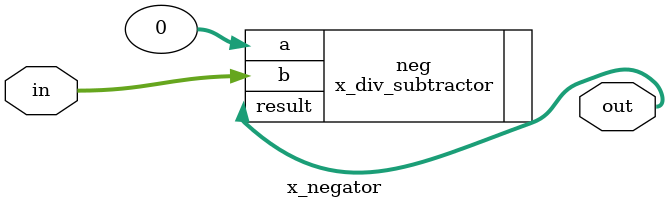
<source format=v>
module x_negator(in, out);
	input [31:0] in;
	output [31:0] out;

	x_div_subtractor neg(.a(32'b0), .b(in), .result(out));

endmodule
</source>
